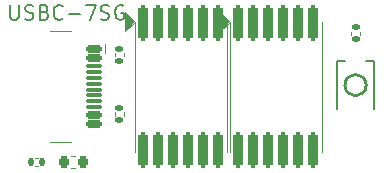
<source format=gto>
%TF.GenerationSoftware,KiCad,Pcbnew,9.0.4*%
%TF.CreationDate,2025-08-24T10:47:50+01:00*%
%TF.ProjectId,usbc-7seg,75736263-2d37-4736-9567-2e6b69636164,rev?*%
%TF.SameCoordinates,Original*%
%TF.FileFunction,Legend,Top*%
%TF.FilePolarity,Positive*%
%FSLAX46Y46*%
G04 Gerber Fmt 4.6, Leading zero omitted, Abs format (unit mm)*
G04 Created by KiCad (PCBNEW 9.0.4) date 2025-08-24 10:47:50*
%MOMM*%
%LPD*%
G01*
G04 APERTURE LIST*
G04 Aperture macros list*
%AMRoundRect*
0 Rectangle with rounded corners*
0 $1 Rounding radius*
0 $2 $3 $4 $5 $6 $7 $8 $9 X,Y pos of 4 corners*
0 Add a 4 corners polygon primitive as box body*
4,1,4,$2,$3,$4,$5,$6,$7,$8,$9,$2,$3,0*
0 Add four circle primitives for the rounded corners*
1,1,$1+$1,$2,$3*
1,1,$1+$1,$4,$5*
1,1,$1+$1,$6,$7*
1,1,$1+$1,$8,$9*
0 Add four rect primitives between the rounded corners*
20,1,$1+$1,$2,$3,$4,$5,0*
20,1,$1+$1,$4,$5,$6,$7,0*
20,1,$1+$1,$6,$7,$8,$9,0*
20,1,$1+$1,$8,$9,$2,$3,0*%
G04 Aperture macros list end*
%ADD10C,0.156250*%
%ADD11C,0.120000*%
%ADD12C,0.100000*%
%ADD13C,0.150000*%
%ADD14C,0.250000*%
%ADD15O,1.600000X1.000000*%
%ADD16O,2.100000X1.000000*%
%ADD17RoundRect,0.150000X-0.500000X0.150000X-0.500000X-0.150000X0.500000X-0.150000X0.500000X0.150000X0*%
%ADD18RoundRect,0.075000X-0.575000X0.075000X-0.575000X-0.075000X0.575000X-0.075000X0.575000X0.075000X0*%
%ADD19C,0.650000*%
%ADD20RoundRect,0.200000X-0.200000X-1.300000X0.200000X-1.300000X0.200000X1.300000X-0.200000X1.300000X0*%
%ADD21RoundRect,0.140000X0.140000X0.170000X-0.140000X0.170000X-0.140000X-0.170000X0.140000X-0.170000X0*%
%ADD22RoundRect,0.218750X-0.218750X-0.256250X0.218750X-0.256250X0.218750X0.256250X-0.218750X0.256250X0*%
%ADD23RoundRect,0.135000X-0.185000X0.135000X-0.185000X-0.135000X0.185000X-0.135000X0.185000X0.135000X0*%
%ADD24RoundRect,0.135000X0.185000X-0.135000X0.185000X0.135000X-0.185000X0.135000X-0.185000X-0.135000X0*%
%ADD25R,1.360000X1.230000*%
G04 APERTURE END LIST*
D10*
X127150415Y-96588898D02*
X127150415Y-97600803D01*
X127150415Y-97600803D02*
X127209938Y-97719851D01*
X127209938Y-97719851D02*
X127269462Y-97779375D01*
X127269462Y-97779375D02*
X127388510Y-97838898D01*
X127388510Y-97838898D02*
X127626605Y-97838898D01*
X127626605Y-97838898D02*
X127745653Y-97779375D01*
X127745653Y-97779375D02*
X127805176Y-97719851D01*
X127805176Y-97719851D02*
X127864700Y-97600803D01*
X127864700Y-97600803D02*
X127864700Y-96588898D01*
X128400415Y-97779375D02*
X128578986Y-97838898D01*
X128578986Y-97838898D02*
X128876605Y-97838898D01*
X128876605Y-97838898D02*
X128995653Y-97779375D01*
X128995653Y-97779375D02*
X129055177Y-97719851D01*
X129055177Y-97719851D02*
X129114700Y-97600803D01*
X129114700Y-97600803D02*
X129114700Y-97481755D01*
X129114700Y-97481755D02*
X129055177Y-97362708D01*
X129055177Y-97362708D02*
X128995653Y-97303184D01*
X128995653Y-97303184D02*
X128876605Y-97243660D01*
X128876605Y-97243660D02*
X128638510Y-97184136D01*
X128638510Y-97184136D02*
X128519462Y-97124613D01*
X128519462Y-97124613D02*
X128459939Y-97065089D01*
X128459939Y-97065089D02*
X128400415Y-96946041D01*
X128400415Y-96946041D02*
X128400415Y-96826994D01*
X128400415Y-96826994D02*
X128459939Y-96707946D01*
X128459939Y-96707946D02*
X128519462Y-96648422D01*
X128519462Y-96648422D02*
X128638510Y-96588898D01*
X128638510Y-96588898D02*
X128936129Y-96588898D01*
X128936129Y-96588898D02*
X129114700Y-96648422D01*
X130067081Y-97184136D02*
X130245653Y-97243660D01*
X130245653Y-97243660D02*
X130305176Y-97303184D01*
X130305176Y-97303184D02*
X130364700Y-97422232D01*
X130364700Y-97422232D02*
X130364700Y-97600803D01*
X130364700Y-97600803D02*
X130305176Y-97719851D01*
X130305176Y-97719851D02*
X130245653Y-97779375D01*
X130245653Y-97779375D02*
X130126605Y-97838898D01*
X130126605Y-97838898D02*
X129650415Y-97838898D01*
X129650415Y-97838898D02*
X129650415Y-96588898D01*
X129650415Y-96588898D02*
X130067081Y-96588898D01*
X130067081Y-96588898D02*
X130186129Y-96648422D01*
X130186129Y-96648422D02*
X130245653Y-96707946D01*
X130245653Y-96707946D02*
X130305176Y-96826994D01*
X130305176Y-96826994D02*
X130305176Y-96946041D01*
X130305176Y-96946041D02*
X130245653Y-97065089D01*
X130245653Y-97065089D02*
X130186129Y-97124613D01*
X130186129Y-97124613D02*
X130067081Y-97184136D01*
X130067081Y-97184136D02*
X129650415Y-97184136D01*
X131614700Y-97719851D02*
X131555176Y-97779375D01*
X131555176Y-97779375D02*
X131376605Y-97838898D01*
X131376605Y-97838898D02*
X131257557Y-97838898D01*
X131257557Y-97838898D02*
X131078986Y-97779375D01*
X131078986Y-97779375D02*
X130959938Y-97660327D01*
X130959938Y-97660327D02*
X130900415Y-97541279D01*
X130900415Y-97541279D02*
X130840891Y-97303184D01*
X130840891Y-97303184D02*
X130840891Y-97124613D01*
X130840891Y-97124613D02*
X130900415Y-96886517D01*
X130900415Y-96886517D02*
X130959938Y-96767470D01*
X130959938Y-96767470D02*
X131078986Y-96648422D01*
X131078986Y-96648422D02*
X131257557Y-96588898D01*
X131257557Y-96588898D02*
X131376605Y-96588898D01*
X131376605Y-96588898D02*
X131555176Y-96648422D01*
X131555176Y-96648422D02*
X131614700Y-96707946D01*
X132150415Y-97362708D02*
X133102796Y-97362708D01*
X133578986Y-96588898D02*
X134412319Y-96588898D01*
X134412319Y-96588898D02*
X133876605Y-97838898D01*
X134828986Y-97779375D02*
X135007557Y-97838898D01*
X135007557Y-97838898D02*
X135305176Y-97838898D01*
X135305176Y-97838898D02*
X135424224Y-97779375D01*
X135424224Y-97779375D02*
X135483748Y-97719851D01*
X135483748Y-97719851D02*
X135543271Y-97600803D01*
X135543271Y-97600803D02*
X135543271Y-97481755D01*
X135543271Y-97481755D02*
X135483748Y-97362708D01*
X135483748Y-97362708D02*
X135424224Y-97303184D01*
X135424224Y-97303184D02*
X135305176Y-97243660D01*
X135305176Y-97243660D02*
X135067081Y-97184136D01*
X135067081Y-97184136D02*
X134948033Y-97124613D01*
X134948033Y-97124613D02*
X134888510Y-97065089D01*
X134888510Y-97065089D02*
X134828986Y-96946041D01*
X134828986Y-96946041D02*
X134828986Y-96826994D01*
X134828986Y-96826994D02*
X134888510Y-96707946D01*
X134888510Y-96707946D02*
X134948033Y-96648422D01*
X134948033Y-96648422D02*
X135067081Y-96588898D01*
X135067081Y-96588898D02*
X135364700Y-96588898D01*
X135364700Y-96588898D02*
X135543271Y-96648422D01*
X136733747Y-96648422D02*
X136614700Y-96588898D01*
X136614700Y-96588898D02*
X136436128Y-96588898D01*
X136436128Y-96588898D02*
X136257557Y-96648422D01*
X136257557Y-96648422D02*
X136138509Y-96767470D01*
X136138509Y-96767470D02*
X136078986Y-96886517D01*
X136078986Y-96886517D02*
X136019462Y-97124613D01*
X136019462Y-97124613D02*
X136019462Y-97303184D01*
X136019462Y-97303184D02*
X136078986Y-97541279D01*
X136078986Y-97541279D02*
X136138509Y-97660327D01*
X136138509Y-97660327D02*
X136257557Y-97779375D01*
X136257557Y-97779375D02*
X136436128Y-97838898D01*
X136436128Y-97838898D02*
X136555176Y-97838898D01*
X136555176Y-97838898D02*
X136733747Y-97779375D01*
X136733747Y-97779375D02*
X136793271Y-97719851D01*
X136793271Y-97719851D02*
X136793271Y-97303184D01*
X136793271Y-97303184D02*
X136555176Y-97303184D01*
D11*
%TO.C,J1*%
X135200000Y-100700000D02*
X135200000Y-99900000D01*
X132280000Y-108200000D02*
X130500000Y-108200000D01*
X132280000Y-98800000D02*
X130500000Y-98800000D01*
%TO.C,U1*%
X137700000Y-98000000D02*
X137700000Y-109000000D01*
X145500000Y-98000000D02*
X145500000Y-109000000D01*
D12*
X137700000Y-98000000D02*
X136900000Y-98800000D01*
X136900000Y-97200000D01*
X137700000Y-98000000D01*
G36*
X137700000Y-98000000D02*
G01*
X136900000Y-98800000D01*
X136900000Y-97200000D01*
X137700000Y-98000000D01*
G37*
D11*
%TO.C,C7*%
X129507836Y-109540000D02*
X129292164Y-109540000D01*
X129507836Y-110260000D02*
X129292164Y-110260000D01*
%TO.C,FB1*%
X132337221Y-110410000D02*
X132662779Y-110410000D01*
X132337221Y-109390000D02*
X132662779Y-109390000D01*
D12*
%TO.C,U2*%
X145730000Y-98000000D02*
X144930000Y-98800000D01*
X144930000Y-97200000D01*
X145730000Y-98000000D01*
G36*
X145730000Y-98000000D02*
G01*
X144930000Y-98800000D01*
X144930000Y-97200000D01*
X145730000Y-98000000D01*
G37*
D11*
X153530000Y-98000000D02*
X153530000Y-109000000D01*
X145730000Y-98000000D02*
X145730000Y-109000000D01*
%TO.C,R1*%
X136780000Y-105646359D02*
X136780000Y-105953641D01*
X136020000Y-105646359D02*
X136020000Y-105953641D01*
%TO.C,R2*%
X136020000Y-100953641D02*
X136020000Y-100646359D01*
X136780000Y-100953641D02*
X136780000Y-100646359D01*
D13*
%TO.C,SW1*%
X154860000Y-101350000D02*
X155520000Y-101350000D01*
X154860000Y-105410000D02*
X154860000Y-101350000D01*
X157940000Y-101350000D02*
X157280000Y-101350000D01*
X157940000Y-105410000D02*
X157940000Y-101350000D01*
D14*
X157300000Y-103380000D02*
G75*
G02*
X155500000Y-103380000I-900000J0D01*
G01*
X155500000Y-103380000D02*
G75*
G02*
X157300000Y-103380000I900000J0D01*
G01*
D11*
%TO.C,R4*%
X156020000Y-99153641D02*
X156020000Y-98846359D01*
X156780000Y-99153641D02*
X156780000Y-98846359D01*
%TD*%
%LPC*%
D15*
%TO.C,J1*%
X129425000Y-107820000D03*
D16*
X133605000Y-107820000D03*
D15*
X129425000Y-99180000D03*
D16*
X133605000Y-99180000D03*
D17*
X134245000Y-100300000D03*
X134245000Y-101100000D03*
D18*
X134245000Y-101750000D03*
X134245000Y-102750000D03*
X134245000Y-104250000D03*
X134245000Y-105250000D03*
D17*
X134245000Y-105900000D03*
X134245000Y-106700000D03*
X134245000Y-106700000D03*
X134245000Y-105900000D03*
D18*
X134245000Y-104750000D03*
X134245000Y-103750000D03*
X134245000Y-103250000D03*
X134245000Y-102250000D03*
D17*
X134245000Y-101100000D03*
X134245000Y-100300000D03*
D19*
X133105000Y-106390000D03*
X133105000Y-100610000D03*
%TD*%
D20*
%TO.C,U1*%
X138425000Y-98100000D03*
X139695000Y-98100000D03*
X140965000Y-98100000D03*
X142235000Y-98100000D03*
X143505000Y-98100000D03*
X144775000Y-98100000D03*
X144775000Y-108900000D03*
X143505000Y-108900000D03*
X142235000Y-108900000D03*
X140965000Y-108900000D03*
X139695000Y-108900000D03*
X138425000Y-108900000D03*
%TD*%
D21*
%TO.C,C7*%
X128920000Y-109900000D03*
X129880000Y-109900000D03*
%TD*%
D22*
%TO.C,FB1*%
X133287500Y-109900000D03*
X131712500Y-109900000D03*
%TD*%
D20*
%TO.C,U2*%
X146455000Y-108900000D03*
X147725000Y-108900000D03*
X148995000Y-108900000D03*
X150265000Y-108900000D03*
X151535000Y-108900000D03*
X152805000Y-108900000D03*
X152805000Y-98100000D03*
X151535000Y-98100000D03*
X150265000Y-98100000D03*
X148995000Y-98100000D03*
X147725000Y-98100000D03*
X146455000Y-98100000D03*
%TD*%
D23*
%TO.C,R1*%
X136400000Y-106310000D03*
X136400000Y-105290000D03*
%TD*%
D24*
%TO.C,R2*%
X136400000Y-101310000D03*
X136400000Y-100290000D03*
%TD*%
D25*
%TO.C,SW1*%
X156400000Y-101200000D03*
X156400000Y-105560000D03*
%TD*%
D24*
%TO.C,R4*%
X156400000Y-99510000D03*
X156400000Y-98490000D03*
%TD*%
%LPD*%
M02*

</source>
